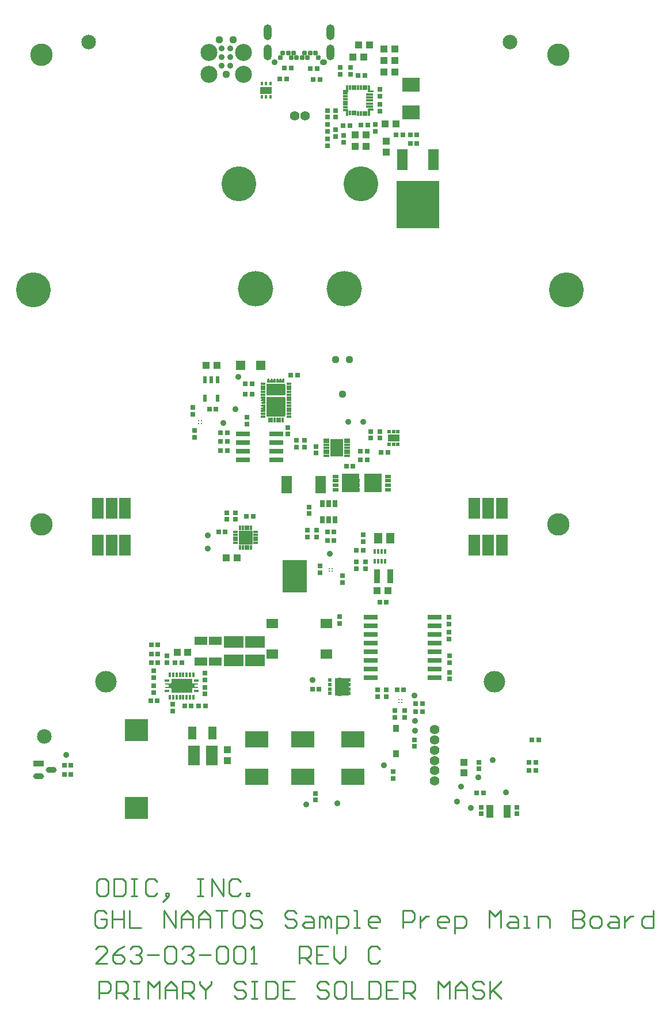
<source format=gts>
G04*
G04 #@! TF.GenerationSoftware,Altium Limited,Altium Designer,24.9.1 (31)*
G04*
G04 Layer_Color=8388736*
%FSLAX44Y44*%
%MOMM*%
G71*
G04*
G04 #@! TF.SameCoordinates,1259BD5C-C6F3-40BD-8840-5C3A0C5864AA*
G04*
G04*
G04 #@! TF.FilePolarity,Negative*
G04*
G01*
G75*
%ADD17C,0.2540*%
%ADD73C,0.9144*%
%ADD74R,0.7270X0.7270*%
%ADD75R,1.7770X1.0770*%
%ADD76R,0.4770X0.6070*%
%ADD77R,0.7270X1.0270*%
%ADD78R,1.1270X1.0770*%
%ADD79R,0.7270X0.7270*%
%ADD80R,6.3770X6.9270*%
%ADD81R,1.6270X3.1270*%
%ADD82C,0.8890*%
%ADD83R,0.3270X0.7270*%
%ADD84R,0.7270X0.3270*%
%ADD85R,0.3270X0.5270*%
%ADD86R,0.5270X0.3270*%
%ADD87R,2.7770X2.8470*%
%ADD88R,2.7770X1.6570*%
%ADD89R,1.5270X2.6270*%
%ADD90R,2.0269X2.0269*%
%ADD91R,2.1270X0.7270*%
%ADD92R,3.4270X3.3020*%
%ADD93R,0.8334X0.3310*%
%ADD94R,1.8288X2.5146*%
%ADD95R,1.2770X1.5770*%
%ADD96R,0.4000X0.7700*%
%ADD97R,1.9270X1.2770*%
%ADD98R,1.0770X1.1270*%
%ADD99R,3.0500X2.0500*%
%ADD100R,0.7016X0.3416*%
%ADD101R,0.3416X0.7016*%
%ADD102R,2.8470X1.6570*%
%ADD103R,1.2770X1.9270*%
%ADD104R,1.6570X2.8470*%
%ADD105R,0.9270X1.0270*%
%ADD106R,3.4290X2.3876*%
%ADD107R,1.3770X1.3770*%
%ADD108R,0.4270X0.5770*%
%ADD109R,1.7270X1.1270*%
%ADD110R,1.6770X1.4270*%
%ADD111R,3.5570X4.8270*%
%ADD112R,0.6270X1.1326*%
%ADD113C,0.2200*%
G04:AMPARAMS|DCode=114|XSize=1.6092mm|YSize=0.8165mm|CornerRadius=0.4082mm|HoleSize=0mm|Usage=FLASHONLY|Rotation=0.000|XOffset=0mm|YOffset=0mm|HoleType=Round|Shape=RoundedRectangle|*
%AMROUNDEDRECTD114*
21,1,1.6092,0.0000,0,0,0.0*
21,1,0.7928,0.8165,0,0,0.0*
1,1,0.8165,0.3964,0.0000*
1,1,0.8165,-0.3964,0.0000*
1,1,0.8165,-0.3964,0.0000*
1,1,0.8165,0.3964,0.0000*
%
%ADD114ROUNDEDRECTD114*%
%ADD115R,1.6092X0.8165*%
%ADD116R,1.1270X1.9270*%
%ADD117R,1.1270X1.0270*%
%ADD118R,1.7270X3.1270*%
%ADD119R,2.6370X2.6770*%
%ADD120R,0.8270X0.5270*%
%ADD121R,0.6270X0.4770*%
%ADD122R,2.6270X2.0270*%
%ADD123R,1.0500X0.3000*%
%ADD124R,1.1000X0.3000*%
%ADD125C,0.2750*%
%ADD126R,0.3000X0.7000*%
%ADD127R,0.3000X0.7800*%
%ADD128R,0.3000X0.7500*%
%ADD129R,0.3000X0.8000*%
%ADD130R,0.7000X0.3000*%
%ADD131C,0.2575*%
%ADD132C,0.2916*%
%ADD133R,0.9270X2.1270*%
%ADD134C,2.1430*%
%ADD135C,1.1176*%
%ADD136C,2.5019*%
%ADD137C,5.1270*%
%ADD138C,1.3970*%
%ADD139C,0.8770*%
%ADD140O,1.0770X0.8770*%
%ADD141C,0.7770*%
%ADD142O,1.2270X2.3270*%
%ADD143C,3.3020*%
%ADD144C,5.2070*%
%ADD145C,3.1750*%
G36*
X356808Y867424D02*
X356108Y866724D01*
X348808D01*
Y869124D01*
X349408Y869724D01*
X353808D01*
X353808Y876124D01*
X354408Y876724D01*
X356808D01*
Y867424D01*
D02*
G37*
G36*
X388808Y875924D02*
Y869224D01*
X393108Y869224D01*
X393808Y868524D01*
Y866924D01*
X393108Y866224D01*
X386508Y866224D01*
X385808Y866924D01*
X385808Y876724D01*
X388008D01*
X388808Y875924D01*
D02*
G37*
G36*
X356008Y841724D02*
X356808Y840924D01*
X356808Y831724D01*
X354508D01*
X353808Y832424D01*
Y838724D01*
X349608Y838724D01*
X348808Y839524D01*
X348808Y841724D01*
X356008Y841724D01*
D02*
G37*
G36*
X393808Y841624D02*
Y839924D01*
X393108Y839224D01*
X388808D01*
Y832424D01*
X388108Y831724D01*
X385808D01*
X385808Y841524D01*
X386508Y842224D01*
X393208Y842224D01*
X393808Y841624D01*
D02*
G37*
G36*
X263020Y445376D02*
Y440376D01*
X262520Y439876D01*
X251990D01*
X251490Y440376D01*
Y442876D01*
X251490Y445376D01*
X251990Y445876D01*
X252990Y445876D01*
X253490Y445376D01*
X253490Y443126D01*
X253990Y442626D01*
X255490D01*
X255990Y443126D01*
Y445376D01*
X256490Y445876D01*
X257490Y445876D01*
X257990Y445376D01*
X257990Y443126D01*
X258490Y442626D01*
X259990D01*
X260490Y443126D01*
Y445376D01*
X260990Y445876D01*
X262520Y445876D01*
X263020Y445376D01*
D02*
G37*
G36*
X248990Y445876D02*
X249490Y445376D01*
X249490Y442876D01*
Y440376D01*
X248990Y439876D01*
X238460D01*
X237960Y440376D01*
Y445376D01*
X238460Y445876D01*
X239990Y445876D01*
X240490Y445376D01*
Y443126D01*
X240990Y442626D01*
X242490D01*
X242990Y443126D01*
X242990Y445376D01*
X243490Y445876D01*
X244490Y445876D01*
X244990Y445376D01*
Y443126D01*
X245490Y442626D01*
X246990D01*
X247490Y443126D01*
Y445376D01*
X247990Y445876D01*
X248990Y445876D01*
D02*
G37*
G36*
X272990Y438376D02*
Y437376D01*
X271990Y436376D01*
X266990D01*
X265990Y437376D01*
Y438376D01*
X266990Y439376D01*
X271990D01*
X272990Y438376D01*
D02*
G37*
G36*
X234990D02*
Y437376D01*
X233990Y436376D01*
X228990D01*
X227990Y437376D01*
Y438376D01*
X228990Y439376D01*
X233990D01*
X234990Y438376D01*
D02*
G37*
G36*
X272990Y434376D02*
Y433376D01*
X271990Y432376D01*
X266990D01*
X265990Y433376D01*
Y434376D01*
X266990Y435376D01*
X271990D01*
X272990Y434376D01*
D02*
G37*
G36*
X234990D02*
Y433376D01*
X233990Y432376D01*
X228990D01*
X227990Y433376D01*
Y434376D01*
X228990Y435376D01*
X233990D01*
X234990Y434376D01*
D02*
G37*
G36*
X272990Y430376D02*
Y429376D01*
X271990Y428376D01*
X266990D01*
X265990Y429376D01*
Y430376D01*
X266990Y431376D01*
X271990D01*
X272990Y430376D01*
D02*
G37*
G36*
X234990D02*
Y429376D01*
X233990Y428376D01*
X228990D01*
X227990Y429376D01*
Y430376D01*
X228990Y431376D01*
X233990D01*
X234990Y430376D01*
D02*
G37*
G36*
X272990Y426376D02*
Y425376D01*
X271990Y424376D01*
X266990D01*
X265990Y425376D01*
Y426376D01*
X266990Y427376D01*
X271990D01*
X272990Y426376D01*
D02*
G37*
G36*
X234990D02*
Y425376D01*
X233990Y424376D01*
X228990D01*
X227990Y425376D01*
Y426376D01*
X228990Y427376D01*
X233990D01*
X234990Y426376D01*
D02*
G37*
G36*
X264240Y436626D02*
Y422326D01*
X263240Y421326D01*
X237740D01*
X236740Y422326D01*
Y436626D01*
X237740Y437626D01*
X263240D01*
X264240Y436626D01*
D02*
G37*
G36*
X272990Y422376D02*
Y421376D01*
X271990Y420376D01*
X266990D01*
X265990Y421376D01*
Y422376D01*
X266990Y423376D01*
X271990D01*
X272990Y422376D01*
D02*
G37*
G36*
X234990D02*
Y421376D01*
X233990Y420376D01*
X228990D01*
X227990Y421376D01*
Y422376D01*
X228990Y423376D01*
X233990D01*
X234990Y422376D01*
D02*
G37*
G36*
X272990Y418376D02*
Y417376D01*
X271990Y416376D01*
X266990D01*
X265990Y417376D01*
Y418376D01*
X266990Y419376D01*
X271990D01*
X272990Y418376D01*
D02*
G37*
G36*
X234990D02*
Y417376D01*
X233990Y416376D01*
X228990D01*
X227990Y417376D01*
Y418376D01*
X228990Y419376D01*
X233990D01*
X234990Y418376D01*
D02*
G37*
G36*
X272990Y414376D02*
Y413376D01*
X271990Y412376D01*
X266990D01*
X265990Y413376D01*
Y414376D01*
X266990Y415376D01*
X271990D01*
X272990Y414376D01*
D02*
G37*
G36*
X234490Y414376D02*
Y409376D01*
X233990Y408876D01*
X228990D01*
X228490Y409376D01*
Y410376D01*
X228990Y410876D01*
X231240Y410876D01*
X231740Y411376D01*
Y412376D01*
X231240Y412876D01*
X228990Y412876D01*
X228490Y413376D01*
Y414376D01*
X228990Y414876D01*
X233990D01*
X234490Y414376D01*
D02*
G37*
G36*
X272990Y410376D02*
Y409376D01*
X271990Y408376D01*
X266990D01*
X265990Y409376D01*
Y410376D01*
X266990Y411376D01*
X271990D01*
X272990Y410376D01*
D02*
G37*
G36*
Y406376D02*
Y405376D01*
X271990Y404376D01*
X266990D01*
X265990Y405376D01*
Y406376D01*
X266990Y407376D01*
X271990D01*
X272990Y406376D01*
D02*
G37*
G36*
X234490Y406376D02*
X234490Y401376D01*
X233990Y400876D01*
X228990D01*
X228490Y401376D01*
Y402376D01*
X228990Y402876D01*
X231240Y402876D01*
X231740Y403376D01*
Y404376D01*
X231240Y404876D01*
X228990Y404876D01*
X228490Y405376D01*
Y406376D01*
X228990Y406876D01*
X233990D01*
X234490Y406376D01*
D02*
G37*
G36*
X272990Y402376D02*
Y401376D01*
X271990Y400376D01*
X266990D01*
X265990Y401376D01*
Y402376D01*
X266990Y403376D01*
X271990D01*
X272990Y402376D01*
D02*
G37*
G36*
Y398376D02*
Y397376D01*
X271990Y396376D01*
X266990D01*
X265990Y397376D01*
Y398376D01*
X266990Y399376D01*
X271990D01*
X272990Y398376D01*
D02*
G37*
G36*
X234990D02*
Y397376D01*
X233990Y396376D01*
X228990D01*
X227990Y397376D01*
Y398376D01*
X228990Y399376D01*
X233990D01*
X234990Y398376D01*
D02*
G37*
G36*
X272990Y394376D02*
Y393376D01*
X271990Y392376D01*
X266990D01*
X265990Y393376D01*
Y394376D01*
X266990Y395376D01*
X271990D01*
X272990Y394376D01*
D02*
G37*
G36*
X234990D02*
Y393376D01*
X233990Y392376D01*
X228990D01*
X227990Y393376D01*
Y394376D01*
X228990Y395376D01*
X233990D01*
X234990Y394376D01*
D02*
G37*
G36*
X264240Y417326D02*
Y391126D01*
X263240Y390126D01*
X237740D01*
X236740Y391126D01*
Y417326D01*
X237740Y418326D01*
X263240D01*
X264240Y417326D01*
D02*
G37*
G36*
X272990Y390376D02*
Y389376D01*
X271990Y388376D01*
X266990D01*
X265990Y389376D01*
Y390376D01*
X266990Y391376D01*
X271990D01*
X272990Y390376D01*
D02*
G37*
G36*
X234990D02*
Y389376D01*
X233990Y388376D01*
X228990D01*
X227990Y389376D01*
Y390376D01*
X228990Y391376D01*
X233990D01*
X234990Y390376D01*
D02*
G37*
G36*
X261990Y387376D02*
Y382376D01*
X260990Y381376D01*
X259990D01*
X258990Y382376D01*
Y387376D01*
X259990Y388376D01*
X260990D01*
X261990Y387376D01*
D02*
G37*
G36*
X257990D02*
Y382376D01*
X256990Y381376D01*
X255990D01*
X254990Y382376D01*
Y387376D01*
X255990Y388376D01*
X256990D01*
X257990Y387376D01*
D02*
G37*
G36*
X253990D02*
Y382376D01*
X252990Y381376D01*
X251990D01*
X250990Y382376D01*
Y387376D01*
X251990Y388376D01*
X252990D01*
X253990Y387376D01*
D02*
G37*
G36*
X249990D02*
Y382376D01*
X248990Y381376D01*
X247990D01*
X246990Y382376D01*
Y387376D01*
X247990Y388376D01*
X248990D01*
X249990Y387376D01*
D02*
G37*
G36*
X245990D02*
Y382376D01*
X244990Y381376D01*
X243990D01*
X242990Y382376D01*
Y387376D01*
X243990Y388376D01*
X244990D01*
X245990Y387376D01*
D02*
G37*
G36*
X241990D02*
Y382376D01*
X240990Y381376D01*
X239990D01*
X238990Y382376D01*
Y387376D01*
X239990Y388376D01*
X240990D01*
X241990Y387376D01*
D02*
G37*
G36*
X405171Y304240D02*
X405271Y304209D01*
X405363Y304160D01*
X405444Y304094D01*
X405510Y304013D01*
X405560Y303921D01*
X405590Y303821D01*
X405600Y303717D01*
Y280282D01*
X405590Y280179D01*
X405560Y280079D01*
X405510Y279987D01*
X405444Y279906D01*
X405363Y279840D01*
X405271Y279790D01*
X405171Y279760D01*
X405067Y279750D01*
X388382D01*
X388279Y279760D01*
X388179Y279790D01*
X388087Y279840D01*
X388006Y279906D01*
X387940Y279987D01*
X387891Y280079D01*
X387860Y280179D01*
X387850Y280282D01*
Y280750D01*
X385750D01*
Y283750D01*
X387850D01*
Y287250D01*
X385750D01*
Y290250D01*
X387850D01*
Y293750D01*
X385750D01*
Y296750D01*
X387850D01*
Y300250D01*
X385750D01*
Y303250D01*
X387850D01*
Y303717D01*
X387860Y303821D01*
X387891Y303921D01*
X387940Y304013D01*
X388006Y304094D01*
X388087Y304160D01*
X388179Y304209D01*
X388279Y304240D01*
X388382Y304250D01*
X405067D01*
X405171Y304240D01*
D02*
G37*
G36*
X365721D02*
X365821Y304209D01*
X365913Y304160D01*
X365994Y304094D01*
X366060Y304013D01*
X366110Y303921D01*
X366140Y303821D01*
X366150Y303717D01*
Y303250D01*
X368250D01*
Y300250D01*
X366150D01*
Y296750D01*
X368250D01*
Y293750D01*
X366150D01*
Y290250D01*
X368250D01*
Y287250D01*
X366150D01*
Y283750D01*
X368250D01*
Y280750D01*
X366150D01*
Y280282D01*
X366140Y280179D01*
X366110Y280079D01*
X366060Y279987D01*
X365994Y279906D01*
X365913Y279840D01*
X365821Y279790D01*
X365721Y279760D01*
X365617Y279750D01*
X348932D01*
X348829Y279760D01*
X348729Y279790D01*
X348637Y279840D01*
X348556Y279906D01*
X348490Y279987D01*
X348441Y280079D01*
X348410Y280179D01*
X348400Y280282D01*
Y303717D01*
X348410Y303821D01*
X348441Y303921D01*
X348490Y304013D01*
X348556Y304094D01*
X348637Y304160D01*
X348729Y304209D01*
X348829Y304240D01*
X348932Y304250D01*
X365617D01*
X365721Y304240D01*
D02*
G37*
G36*
X126991Y3765D02*
Y-1527D01*
X127000Y-1625D01*
X127029Y-1719D01*
X127075Y-1805D01*
X127137Y-1881D01*
X127213Y-1943D01*
X127299Y-1989D01*
X127393Y-2018D01*
X127491Y-2027D01*
X135534D01*
X136241Y-2734D01*
Y-3320D01*
X135534Y-4027D01*
X131491D01*
X131393Y-4037D01*
X131299Y-4065D01*
X131213Y-4112D01*
X131137Y-4174D01*
X131075Y-4250D01*
X131029Y-4336D01*
X131000Y-4430D01*
X130991Y-4527D01*
Y-7027D01*
X131000Y-7125D01*
X131029Y-7219D01*
X131075Y-7305D01*
X131137Y-7381D01*
X131213Y-7443D01*
X131299Y-7489D01*
X131393Y-7518D01*
X131491Y-7527D01*
X135534D01*
X136241Y-8235D01*
Y-8820D01*
X135534Y-9527D01*
X127491D01*
X127393Y-9537D01*
X127299Y-9565D01*
X127213Y-9612D01*
X127137Y-9674D01*
X127075Y-9750D01*
X127029Y-9836D01*
X127000Y-9930D01*
X126991Y-10027D01*
Y-15320D01*
X126284Y-16027D01*
X97198D01*
X96491Y-15320D01*
Y-10027D01*
X96481Y-9930D01*
X96453Y-9836D01*
X96406Y-9750D01*
X96344Y-9674D01*
X96268Y-9612D01*
X96182Y-9565D01*
X96088Y-9537D01*
X95991Y-9527D01*
X87948D01*
X87241Y-8820D01*
Y-8235D01*
X87948Y-7527D01*
X91991D01*
X92088Y-7518D01*
X92182Y-7489D01*
X92268Y-7443D01*
X92344Y-7381D01*
X92406Y-7305D01*
X92452Y-7219D01*
X92481Y-7125D01*
X92491Y-7027D01*
Y-4527D01*
X92481Y-4430D01*
X92452Y-4336D01*
X92406Y-4250D01*
X92344Y-4174D01*
X92268Y-4112D01*
X92182Y-4065D01*
X92088Y-4037D01*
X91991Y-4027D01*
X87948D01*
X87241Y-3320D01*
Y-2734D01*
X87948Y-2027D01*
X95991D01*
X96088Y-2018D01*
X96182Y-1989D01*
X96268Y-1943D01*
X96344Y-1881D01*
X96406Y-1805D01*
X96453Y-1719D01*
X96481Y-1625D01*
X96491Y-1527D01*
Y3765D01*
X97198Y4473D01*
X126284D01*
X126991Y3765D01*
D02*
G37*
G36*
X346255Y5464D02*
X358005D01*
Y-20036D01*
X346255D01*
Y-20786D01*
X341755D01*
Y-20036D01*
X337255D01*
Y5464D01*
X341755D01*
Y6214D01*
X346255D01*
Y5464D01*
D02*
G37*
D17*
X-10101Y-465644D02*
Y-440253D01*
X2595D01*
X6827Y-444484D01*
Y-452948D01*
X2595Y-457180D01*
X-10101D01*
X15291Y-465644D02*
Y-440253D01*
X27987D01*
X32219Y-444484D01*
Y-452948D01*
X27987Y-457180D01*
X15291D01*
X23755D02*
X32219Y-465644D01*
X40683Y-440253D02*
X49147D01*
X44915D01*
Y-465644D01*
X40683D01*
X49147D01*
X61843D02*
Y-440253D01*
X70307Y-448717D01*
X78771Y-440253D01*
Y-465644D01*
X87235D02*
Y-448717D01*
X95699Y-440253D01*
X104163Y-448717D01*
Y-465644D01*
Y-452948D01*
X87235D01*
X112626Y-465644D02*
Y-440253D01*
X125322D01*
X129554Y-444484D01*
Y-452948D01*
X125322Y-457180D01*
X112626D01*
X121090D02*
X129554Y-465644D01*
X138018Y-440253D02*
Y-444484D01*
X146482Y-452948D01*
X154946Y-444484D01*
Y-440253D01*
X146482Y-452948D02*
Y-465644D01*
X205730Y-444484D02*
X201498Y-440253D01*
X193034D01*
X188802Y-444484D01*
Y-448717D01*
X193034Y-452948D01*
X201498D01*
X205730Y-457180D01*
Y-461412D01*
X201498Y-465644D01*
X193034D01*
X188802Y-461412D01*
X214194Y-440253D02*
X222658D01*
X218426D01*
Y-465644D01*
X214194D01*
X222658D01*
X235354Y-440253D02*
Y-465644D01*
X248049D01*
X252281Y-461412D01*
Y-444484D01*
X248049Y-440253D01*
X235354D01*
X277673D02*
X260745D01*
Y-465644D01*
X277673D01*
X260745Y-452948D02*
X269209D01*
X328457Y-444484D02*
X324225Y-440253D01*
X315761D01*
X311529Y-444484D01*
Y-448717D01*
X315761Y-452948D01*
X324225D01*
X328457Y-457180D01*
Y-461412D01*
X324225Y-465644D01*
X315761D01*
X311529Y-461412D01*
X349617Y-440253D02*
X341153D01*
X336921Y-444484D01*
Y-461412D01*
X341153Y-465644D01*
X349617D01*
X353849Y-461412D01*
Y-444484D01*
X349617Y-440253D01*
X362313D02*
Y-465644D01*
X379240D01*
X387704Y-440253D02*
Y-465644D01*
X400400D01*
X404632Y-461412D01*
Y-444484D01*
X400400Y-440253D01*
X387704D01*
X430024D02*
X413096D01*
Y-465644D01*
X430024D01*
X413096Y-452948D02*
X421560D01*
X438488Y-465644D02*
Y-440253D01*
X451184D01*
X455416Y-444484D01*
Y-452948D01*
X451184Y-457180D01*
X438488D01*
X446952D02*
X455416Y-465644D01*
X489272D02*
Y-440253D01*
X497735Y-448717D01*
X506199Y-440253D01*
Y-465644D01*
X514663D02*
Y-448717D01*
X523127Y-440253D01*
X531591Y-448717D01*
Y-465644D01*
Y-452948D01*
X514663D01*
X556983Y-444484D02*
X552751Y-440253D01*
X544287D01*
X540055Y-444484D01*
Y-448717D01*
X544287Y-452948D01*
X552751D01*
X556983Y-457180D01*
Y-461412D01*
X552751Y-465644D01*
X544287D01*
X540055Y-461412D01*
X565447Y-440253D02*
Y-465644D01*
Y-457180D01*
X582375Y-440253D01*
X569679Y-452948D01*
X582375Y-465644D01*
X-145Y-288975D02*
X-8608D01*
X-12840Y-293207D01*
Y-310134D01*
X-8608Y-314366D01*
X-145D01*
X4087Y-310134D01*
Y-293207D01*
X-145Y-288975D01*
X12551D02*
Y-314366D01*
X25247D01*
X29479Y-310134D01*
Y-293207D01*
X25247Y-288975D01*
X12551D01*
X37943D02*
X46407D01*
X42175D01*
Y-314366D01*
X37943D01*
X46407D01*
X76031Y-293207D02*
X71799Y-288975D01*
X63335D01*
X59103Y-293207D01*
Y-310134D01*
X63335Y-314366D01*
X71799D01*
X76031Y-310134D01*
X88727Y-318598D02*
X92959Y-314366D01*
Y-310134D01*
X88727D01*
Y-314366D01*
X92959D01*
X88727Y-318598D01*
X84495Y-322830D01*
X135278Y-288975D02*
X143742D01*
X139510D01*
Y-314366D01*
X135278D01*
X143742D01*
X156438D02*
Y-288975D01*
X173366Y-314366D01*
Y-288975D01*
X198758Y-293207D02*
X194526Y-288975D01*
X186062D01*
X181830Y-293207D01*
Y-310134D01*
X186062Y-314366D01*
X194526D01*
X198758Y-310134D01*
X207222Y-314366D02*
Y-310134D01*
X211454D01*
Y-314366D01*
X207222D01*
X1341Y-340332D02*
X-2891Y-336100D01*
X-11355D01*
X-15587Y-340332D01*
Y-357260D01*
X-11355Y-361492D01*
X-2891D01*
X1341Y-357260D01*
Y-348796D01*
X-7123D01*
X9805Y-336100D02*
Y-361492D01*
Y-348796D01*
X26733D01*
Y-336100D01*
Y-361492D01*
X35197Y-336100D02*
Y-361492D01*
X52125D01*
X85980D02*
Y-336100D01*
X102908Y-361492D01*
Y-336100D01*
X111372Y-361492D02*
Y-344564D01*
X119836Y-336100D01*
X128300Y-344564D01*
Y-361492D01*
Y-348796D01*
X111372D01*
X136764Y-361492D02*
Y-344564D01*
X145228Y-336100D01*
X153692Y-344564D01*
Y-361492D01*
Y-348796D01*
X136764D01*
X162156Y-336100D02*
X179083D01*
X170620D01*
Y-361492D01*
X200243Y-336100D02*
X191779D01*
X187547Y-340332D01*
Y-357260D01*
X191779Y-361492D01*
X200243D01*
X204475Y-357260D01*
Y-340332D01*
X200243Y-336100D01*
X229867Y-340332D02*
X225635Y-336100D01*
X217171D01*
X212939Y-340332D01*
Y-344564D01*
X217171Y-348796D01*
X225635D01*
X229867Y-353028D01*
Y-357260D01*
X225635Y-361492D01*
X217171D01*
X212939Y-357260D01*
X280651Y-340332D02*
X276419Y-336100D01*
X267955D01*
X263723Y-340332D01*
Y-344564D01*
X267955Y-348796D01*
X276419D01*
X280651Y-353028D01*
Y-357260D01*
X276419Y-361492D01*
X267955D01*
X263723Y-357260D01*
X293347Y-344564D02*
X301810D01*
X306042Y-348796D01*
Y-361492D01*
X293347D01*
X289115Y-357260D01*
X293347Y-353028D01*
X306042D01*
X314506Y-361492D02*
Y-344564D01*
X318738D01*
X322970Y-348796D01*
Y-361492D01*
Y-348796D01*
X327202Y-344564D01*
X331434Y-348796D01*
Y-361492D01*
X339898Y-369956D02*
Y-344564D01*
X352594D01*
X356826Y-348796D01*
Y-357260D01*
X352594Y-361492D01*
X339898D01*
X365290D02*
X373754D01*
X369522D01*
Y-336100D01*
X365290D01*
X399146Y-361492D02*
X390682D01*
X386450Y-357260D01*
Y-348796D01*
X390682Y-344564D01*
X399146D01*
X403378Y-348796D01*
Y-353028D01*
X386450D01*
X437233Y-361492D02*
Y-336100D01*
X449929D01*
X454161Y-340332D01*
Y-348796D01*
X449929Y-353028D01*
X437233D01*
X462625Y-344564D02*
Y-361492D01*
Y-353028D01*
X466857Y-348796D01*
X471089Y-344564D01*
X475321D01*
X500713Y-361492D02*
X492249D01*
X488017Y-357260D01*
Y-348796D01*
X492249Y-344564D01*
X500713D01*
X504945Y-348796D01*
Y-353028D01*
X488017D01*
X513409Y-369956D02*
Y-344564D01*
X526105D01*
X530337Y-348796D01*
Y-357260D01*
X526105Y-361492D01*
X513409D01*
X564192D02*
Y-336100D01*
X572656Y-344564D01*
X581120Y-336100D01*
Y-361492D01*
X593816Y-344564D02*
X602280D01*
X606512Y-348796D01*
Y-361492D01*
X593816D01*
X589584Y-357260D01*
X593816Y-353028D01*
X606512D01*
X614976Y-361492D02*
X623440D01*
X619208D01*
Y-344564D01*
X614976D01*
X636136Y-361492D02*
Y-344564D01*
X648832D01*
X653064Y-348796D01*
Y-361492D01*
X686919Y-336100D02*
Y-361492D01*
X699615D01*
X703847Y-357260D01*
Y-353028D01*
X699615Y-348796D01*
X686919D01*
X699615D01*
X703847Y-344564D01*
Y-340332D01*
X699615Y-336100D01*
X686919D01*
X716543Y-361492D02*
X725007D01*
X729239Y-357260D01*
Y-348796D01*
X725007Y-344564D01*
X716543D01*
X712311Y-348796D01*
Y-357260D01*
X716543Y-361492D01*
X741935Y-344564D02*
X750399D01*
X754631Y-348796D01*
Y-361492D01*
X741935D01*
X737703Y-357260D01*
X741935Y-353028D01*
X754631D01*
X763095Y-344564D02*
Y-361492D01*
Y-353028D01*
X767327Y-348796D01*
X771559Y-344564D01*
X775791D01*
X805414Y-336100D02*
Y-361492D01*
X792719D01*
X788486Y-357260D01*
Y-348796D01*
X792719Y-344564D01*
X805414D01*
X1727Y-413574D02*
X-15201D01*
X1727Y-396646D01*
Y-392415D01*
X-2505Y-388183D01*
X-10969D01*
X-15201Y-392415D01*
X27119Y-388183D02*
X18655Y-392415D01*
X10191Y-400878D01*
Y-409342D01*
X14423Y-413574D01*
X22887D01*
X27119Y-409342D01*
Y-405110D01*
X22887Y-400878D01*
X10191D01*
X35583Y-392415D02*
X39815Y-388183D01*
X48279D01*
X52511Y-392415D01*
Y-396646D01*
X48279Y-400878D01*
X44047D01*
X48279D01*
X52511Y-405110D01*
Y-409342D01*
X48279Y-413574D01*
X39815D01*
X35583Y-409342D01*
X60975Y-400878D02*
X77903D01*
X86367Y-392415D02*
X90599Y-388183D01*
X99063D01*
X103295Y-392415D01*
Y-409342D01*
X99063Y-413574D01*
X90599D01*
X86367Y-409342D01*
Y-392415D01*
X111758D02*
X115990Y-388183D01*
X124454D01*
X128686Y-392415D01*
Y-396646D01*
X124454Y-400878D01*
X120222D01*
X124454D01*
X128686Y-405110D01*
Y-409342D01*
X124454Y-413574D01*
X115990D01*
X111758Y-409342D01*
X137150Y-400878D02*
X154078D01*
X162542Y-392415D02*
X166774Y-388183D01*
X175238D01*
X179470Y-392415D01*
Y-409342D01*
X175238Y-413574D01*
X166774D01*
X162542Y-409342D01*
Y-392415D01*
X187934D02*
X192166Y-388183D01*
X200630D01*
X204862Y-392415D01*
Y-409342D01*
X200630Y-413574D01*
X192166D01*
X187934Y-409342D01*
Y-392415D01*
X213326Y-413574D02*
X221790D01*
X217558D01*
Y-388183D01*
X213326Y-392415D01*
X285269Y-413574D02*
Y-388183D01*
X297965D01*
X302197Y-392415D01*
Y-400878D01*
X297965Y-405110D01*
X285269D01*
X293733D02*
X302197Y-413574D01*
X327589Y-388183D02*
X310661D01*
Y-413574D01*
X327589D01*
X310661Y-400878D02*
X319125D01*
X336053Y-388183D02*
Y-405110D01*
X344517Y-413574D01*
X352980Y-405110D01*
Y-388183D01*
X403764Y-392415D02*
X399532Y-388183D01*
X391068D01*
X386836Y-392415D01*
Y-409342D01*
X391068Y-413574D01*
X399532D01*
X403764Y-409342D01*
D73*
X170650Y918000D02*
D03*
X183350D02*
D03*
X170650Y930700D02*
D03*
X183350D02*
D03*
X170650Y905300D02*
D03*
X183350D02*
D03*
D74*
X396995Y818536D02*
D03*
Y808536D02*
D03*
X390000Y358000D02*
D03*
Y368000D02*
D03*
X403000Y358000D02*
D03*
Y368000D02*
D03*
X128000Y393000D02*
D03*
Y403000D02*
D03*
X99000Y-33000D02*
D03*
Y-43000D02*
D03*
X344000Y96000D02*
D03*
Y86000D02*
D03*
X297000Y223000D02*
D03*
Y213000D02*
D03*
X299000Y257000D02*
D03*
Y247000D02*
D03*
X310000Y223000D02*
D03*
Y213000D02*
D03*
X309000Y346000D02*
D03*
Y336000D02*
D03*
X369000Y176000D02*
D03*
Y166000D02*
D03*
X146000Y13000D02*
D03*
Y3000D02*
D03*
X379000Y216000D02*
D03*
Y206000D02*
D03*
X90000Y28000D02*
D03*
Y38000D02*
D03*
X71000Y16000D02*
D03*
Y6000D02*
D03*
X382000Y166000D02*
D03*
Y176000D02*
D03*
X71000Y-16000D02*
D03*
Y-6000D02*
D03*
X146000Y-18000D02*
D03*
Y-8000D02*
D03*
X208225Y388950D02*
D03*
Y378950D02*
D03*
X605000Y-184000D02*
D03*
Y-194000D02*
D03*
X552000Y-184000D02*
D03*
Y-194000D02*
D03*
X549000Y-128000D02*
D03*
Y-118000D02*
D03*
X131000Y359000D02*
D03*
Y369000D02*
D03*
X292225Y354950D02*
D03*
Y344950D02*
D03*
X280225D02*
D03*
Y354950D02*
D03*
X268225Y363950D02*
D03*
Y373950D02*
D03*
X177761Y238536D02*
D03*
Y248536D02*
D03*
X190760D02*
D03*
Y238536D02*
D03*
X314995Y170536D02*
D03*
Y160536D02*
D03*
X423005Y-142286D02*
D03*
Y-132286D02*
D03*
X454000Y-95000D02*
D03*
Y-85000D02*
D03*
X308951Y-173805D02*
D03*
Y-163805D02*
D03*
X325995Y839536D02*
D03*
Y829536D02*
D03*
X337995Y839536D02*
D03*
Y829536D02*
D03*
X325995Y808536D02*
D03*
Y818536D02*
D03*
X338001Y801536D02*
D03*
Y811536D02*
D03*
X344995Y892536D02*
D03*
Y902536D02*
D03*
X403308Y848224D02*
D03*
Y838224D02*
D03*
Y860224D02*
D03*
Y870224D02*
D03*
X359995Y902536D02*
D03*
Y892536D02*
D03*
X440000Y-52000D02*
D03*
Y-42000D02*
D03*
X506000Y28000D02*
D03*
Y38000D02*
D03*
X505000Y73000D02*
D03*
Y63000D02*
D03*
X400000Y-22000D02*
D03*
Y-12000D02*
D03*
X413000D02*
D03*
Y-22000D02*
D03*
X505000Y95000D02*
D03*
Y85000D02*
D03*
X506000Y14000D02*
D03*
Y4000D02*
D03*
X425000Y-52000D02*
D03*
Y-42000D02*
D03*
X349995Y792536D02*
D03*
Y802536D02*
D03*
X325995Y787536D02*
D03*
Y797536D02*
D03*
X348000Y146000D02*
D03*
Y156000D02*
D03*
D75*
X423500Y358250D02*
D03*
D76*
X417000Y349150D02*
D03*
Y367350D02*
D03*
X430000Y349150D02*
D03*
Y367350D02*
D03*
X423500Y349150D02*
D03*
Y367350D02*
D03*
D77*
X337500Y262000D02*
D03*
X328000D02*
D03*
X318500D02*
D03*
Y238000D02*
D03*
X328000D02*
D03*
X337500D02*
D03*
D78*
X413000Y794000D02*
D03*
Y778000D02*
D03*
X179000Y-100000D02*
D03*
Y-116000D02*
D03*
D79*
X437000Y804000D02*
D03*
X427000D02*
D03*
X375000Y326000D02*
D03*
X385000D02*
D03*
X415000Y337000D02*
D03*
X405000D02*
D03*
X77000Y28000D02*
D03*
X67000D02*
D03*
X375000Y339000D02*
D03*
X385000D02*
D03*
X126000Y-35000D02*
D03*
X116000D02*
D03*
X67000Y54000D02*
D03*
X77000D02*
D03*
X112000Y28000D02*
D03*
X102000D02*
D03*
X379000Y193000D02*
D03*
X369000D02*
D03*
X458000Y804000D02*
D03*
X448000D02*
D03*
X354000Y317000D02*
D03*
X364000D02*
D03*
X77000Y41000D02*
D03*
X67000D02*
D03*
X147000Y-35000D02*
D03*
X137000D02*
D03*
X66000Y-28000D02*
D03*
X76000D02*
D03*
X265995Y885936D02*
D03*
X255995D02*
D03*
X305000Y885000D02*
D03*
X315000D02*
D03*
X300995Y900936D02*
D03*
X310995D02*
D03*
X272995Y901936D02*
D03*
X262995D02*
D03*
X205490Y422876D02*
D03*
X215490D02*
D03*
Y437876D02*
D03*
X205490D02*
D03*
X272225Y450950D02*
D03*
X282225D02*
D03*
X438464Y-12071D02*
D03*
X428464D02*
D03*
X546000Y-163000D02*
D03*
X556000D02*
D03*
X326000Y220000D02*
D03*
X336000D02*
D03*
X162506Y401064D02*
D03*
X152506D02*
D03*
X-51000Y-123000D02*
D03*
X-61000D02*
D03*
X-51000Y-136000D02*
D03*
X-61000D02*
D03*
X217000Y243000D02*
D03*
X207000D02*
D03*
X166000Y220000D02*
D03*
X176000D02*
D03*
X458000Y791000D02*
D03*
X448000D02*
D03*
X633000Y-130000D02*
D03*
X623000D02*
D03*
X637000Y-85000D02*
D03*
X627000D02*
D03*
X336000Y208000D02*
D03*
X326000D02*
D03*
X623000Y-118000D02*
D03*
X633000D02*
D03*
X466000Y-44000D02*
D03*
X456000D02*
D03*
X466000Y-32000D02*
D03*
X456000D02*
D03*
X314005Y-10536D02*
D03*
X304005D02*
D03*
X375308Y818224D02*
D03*
X385308D02*
D03*
X348995Y817536D02*
D03*
X358995D02*
D03*
X380995Y890536D02*
D03*
X370995D02*
D03*
X403000Y117000D02*
D03*
X413000D02*
D03*
X169000Y366000D02*
D03*
X179000D02*
D03*
X179000Y353000D02*
D03*
X169000D02*
D03*
X179000Y340000D02*
D03*
X169000D02*
D03*
D80*
X459000Y701435D02*
D03*
D81*
X436150Y767435D02*
D03*
X481850D02*
D03*
D82*
X454000Y-20000D02*
D03*
X589000Y-162000D02*
D03*
X569000Y-115000D02*
D03*
X537000Y-185000D02*
D03*
X517000Y-176000D02*
D03*
X523000Y-154000D02*
D03*
X548000Y-140000D02*
D03*
X150000Y215000D02*
D03*
Y196000D02*
D03*
X357000Y382000D02*
D03*
X379000D02*
D03*
X304005Y2464D02*
D03*
X330000Y188000D02*
D03*
X294951Y-179805D02*
D03*
X455000Y-57000D02*
D03*
Y-72000D02*
D03*
X195000Y448000D02*
D03*
X191000Y401000D02*
D03*
X173000Y380000D02*
D03*
X-58000Y-107000D02*
D03*
X409000Y-122650D02*
D03*
X340951Y-178805D02*
D03*
D83*
X240490Y384876D02*
D03*
X244490D02*
D03*
X248490D02*
D03*
X252490D02*
D03*
X256490D02*
D03*
X260490D02*
D03*
X213761Y197536D02*
D03*
X197761D02*
D03*
X213761Y226536D02*
D03*
X197761D02*
D03*
X209761Y197536D02*
D03*
X201761D02*
D03*
X209761Y226536D02*
D03*
X201761D02*
D03*
X205761Y197536D02*
D03*
Y226536D02*
D03*
D84*
X269490Y389876D02*
D03*
Y393876D02*
D03*
Y397876D02*
D03*
Y401876D02*
D03*
Y405876D02*
D03*
Y409876D02*
D03*
Y413876D02*
D03*
Y417876D02*
D03*
Y421876D02*
D03*
Y425876D02*
D03*
Y429876D02*
D03*
Y433876D02*
D03*
Y437876D02*
D03*
X231490D02*
D03*
Y433876D02*
D03*
Y429876D02*
D03*
Y425876D02*
D03*
Y421876D02*
D03*
Y417876D02*
D03*
Y397876D02*
D03*
Y393876D02*
D03*
Y389876D02*
D03*
X220261Y204036D02*
D03*
X191261D02*
D03*
X220261Y220036D02*
D03*
X191261D02*
D03*
Y208036D02*
D03*
X220261Y216036D02*
D03*
X191261D02*
D03*
X220261Y212036D02*
D03*
Y208036D02*
D03*
X191261Y212036D02*
D03*
D85*
X261490Y441876D02*
D03*
X256990D02*
D03*
X252490D02*
D03*
X248490D02*
D03*
X243990D02*
D03*
X239490D02*
D03*
D86*
X232490Y413876D02*
D03*
Y409876D02*
D03*
Y405876D02*
D03*
Y401876D02*
D03*
D87*
X250490Y404226D02*
D03*
D88*
Y429476D02*
D03*
D89*
X266000Y290000D02*
D03*
X316000D02*
D03*
D90*
X205761Y212036D02*
D03*
D91*
X201725Y338600D02*
D03*
Y351300D02*
D03*
X250725Y338600D02*
D03*
Y351300D02*
D03*
X201725Y325900D02*
D03*
Y364000D02*
D03*
X250725Y325900D02*
D03*
Y364000D02*
D03*
X483454Y6480D02*
D03*
Y19180D02*
D03*
Y31880D02*
D03*
Y44580D02*
D03*
Y57280D02*
D03*
Y69980D02*
D03*
Y82680D02*
D03*
Y95380D02*
D03*
X389474D02*
D03*
Y82680D02*
D03*
Y69980D02*
D03*
Y57280D02*
D03*
Y44580D02*
D03*
Y31880D02*
D03*
Y19180D02*
D03*
Y6480D02*
D03*
D92*
X45000Y-185150D02*
D03*
Y-70850D02*
D03*
D93*
X325038Y356000D02*
D03*
Y352000D02*
D03*
Y348000D02*
D03*
Y344000D02*
D03*
Y340000D02*
D03*
Y336000D02*
D03*
Y332000D02*
D03*
X354962D02*
D03*
Y336000D02*
D03*
Y340000D02*
D03*
Y344000D02*
D03*
Y348000D02*
D03*
Y352000D02*
D03*
Y356000D02*
D03*
D94*
X340000Y344000D02*
D03*
D95*
X419000Y211000D02*
D03*
X401000D02*
D03*
D96*
Y177000D02*
D03*
X411000D02*
D03*
X406000D02*
D03*
X396000D02*
D03*
X411000Y191800D02*
D03*
X406000D02*
D03*
X401000D02*
D03*
X396000D02*
D03*
D97*
X140000Y30000D02*
D03*
Y60000D02*
D03*
X161000Y30000D02*
D03*
Y60000D02*
D03*
D98*
X399000Y134000D02*
D03*
X415000D02*
D03*
X121000Y43000D02*
D03*
X105000D02*
D03*
X177000Y182000D02*
D03*
X193000D02*
D03*
X163506Y465064D02*
D03*
X147506D02*
D03*
X366995Y786536D02*
D03*
X382995D02*
D03*
Y803536D02*
D03*
X366995D02*
D03*
X410995Y819536D02*
D03*
X426995D02*
D03*
X425308Y913223D02*
D03*
X409308D02*
D03*
X425308Y896224D02*
D03*
X409308D02*
D03*
X425308Y930223D02*
D03*
X409308D02*
D03*
X371995Y935536D02*
D03*
X387995D02*
D03*
X363308Y918224D02*
D03*
X379308D02*
D03*
D99*
X111741Y-5777D02*
D03*
D100*
X90240Y1723D02*
D03*
X133240D02*
D03*
Y-13277D02*
D03*
X90240D02*
D03*
D101*
X94241Y10722D02*
D03*
X99241D02*
D03*
X104241D02*
D03*
X109241D02*
D03*
X114241D02*
D03*
X119241D02*
D03*
X124241D02*
D03*
X129241D02*
D03*
Y-22278D02*
D03*
X124241D02*
D03*
X119241D02*
D03*
X114241D02*
D03*
X109241D02*
D03*
X104241D02*
D03*
X99241D02*
D03*
X94241D02*
D03*
D102*
X220000Y31590D02*
D03*
Y58410D02*
D03*
X188000Y31590D02*
D03*
Y58410D02*
D03*
D103*
X127000Y-75000D02*
D03*
X157000D02*
D03*
D104*
X129590Y-108000D02*
D03*
X156410D02*
D03*
D105*
X427000Y-68500D02*
D03*
Y-105500D02*
D03*
D106*
X289951Y-139491D02*
D03*
Y-84119D02*
D03*
X363951D02*
D03*
Y-139491D02*
D03*
X221950Y-84119D02*
D03*
Y-139491D02*
D03*
D107*
X198225Y464950D02*
D03*
X228225D02*
D03*
D108*
X235995Y878686D02*
D03*
Y859186D02*
D03*
X242495Y878686D02*
D03*
Y859186D02*
D03*
X229495Y878686D02*
D03*
Y859186D02*
D03*
D109*
X235995Y868936D02*
D03*
D110*
X245250Y86000D02*
D03*
Y41000D02*
D03*
X324750D02*
D03*
Y86000D02*
D03*
D111*
X278000Y155000D02*
D03*
D112*
X165006Y443592D02*
D03*
X155506D02*
D03*
X146006D02*
D03*
Y416536D02*
D03*
X165006D02*
D03*
D113*
X140950Y383775D02*
D03*
Y379775D02*
D03*
X136950Y383775D02*
D03*
Y379775D02*
D03*
X332995Y162536D02*
D03*
X328995D02*
D03*
X332995Y166537D02*
D03*
X328995D02*
D03*
X431464Y-26070D02*
D03*
X435465D02*
D03*
X431464Y-30071D02*
D03*
X435465D02*
D03*
D114*
X-79750Y-129214D02*
D03*
X-98259Y-138714D02*
D03*
D115*
Y-119714D02*
D03*
D116*
X590500Y-190000D02*
D03*
X565500D02*
D03*
D117*
X527000Y-134000D02*
D03*
Y-118000D02*
D03*
D118*
X28500Y201000D02*
D03*
X-11500D02*
D03*
X28500Y255000D02*
D03*
X-11500D02*
D03*
X8500Y201000D02*
D03*
Y255000D02*
D03*
X582500Y201000D02*
D03*
X542500D02*
D03*
X582500Y255000D02*
D03*
X542500D02*
D03*
X562500Y201000D02*
D03*
Y255000D02*
D03*
D119*
X360450Y292000D02*
D03*
X393550D02*
D03*
D120*
X369500Y295250D02*
D03*
Y288750D02*
D03*
Y282250D02*
D03*
X338500D02*
D03*
Y288750D02*
D03*
Y295250D02*
D03*
Y301750D02*
D03*
X384500Y288750D02*
D03*
Y295250D02*
D03*
Y301750D02*
D03*
X415500D02*
D03*
Y295250D02*
D03*
Y288750D02*
D03*
Y282250D02*
D03*
D121*
X330005Y2464D02*
D03*
Y-4036D02*
D03*
Y-10536D02*
D03*
Y-17036D02*
D03*
X358005D02*
D03*
Y-10536D02*
D03*
Y-4036D02*
D03*
Y2464D02*
D03*
D122*
X449308Y836724D02*
D03*
Y877724D02*
D03*
D123*
X388558Y863224D02*
D03*
D124*
X388308Y858724D02*
D03*
Y854224D02*
D03*
Y849724D02*
D03*
Y845224D02*
D03*
D125*
X387620Y840411D02*
D03*
X354995Y839911D02*
D03*
D126*
X383308Y835224D02*
D03*
X379308D02*
D03*
X375308D02*
D03*
X371308D02*
D03*
X359308Y873224D02*
D03*
X363308D02*
D03*
X367308D02*
D03*
X371308D02*
D03*
X375308D02*
D03*
X379308D02*
D03*
X383308D02*
D03*
D127*
X367308Y835624D02*
D03*
D128*
X363308Y835474D02*
D03*
D129*
X359308Y835724D02*
D03*
D130*
X352308Y844224D02*
D03*
Y848224D02*
D03*
Y852224D02*
D03*
Y856224D02*
D03*
Y860224D02*
D03*
Y864224D02*
D03*
D131*
X351933Y868349D02*
D03*
D132*
X387620Y867911D02*
D03*
D133*
X419000Y155000D02*
D03*
X399000D02*
D03*
D134*
X595000Y940000D02*
D03*
X-90000Y-80000D02*
D03*
X-25000Y940000D02*
D03*
D135*
X177000Y892600D02*
D03*
X166840Y943400D02*
D03*
X187160D02*
D03*
X177000Y892600D02*
D03*
X187160Y943400D02*
D03*
X166840D02*
D03*
X348000Y422600D02*
D03*
X358160Y473400D02*
D03*
X337840D02*
D03*
D136*
X151600Y892600D02*
D03*
Y924350D02*
D03*
X202400Y892600D02*
D03*
Y924350D02*
D03*
Y892600D02*
D03*
Y924350D02*
D03*
X151600Y892600D02*
D03*
Y924350D02*
D03*
D137*
X-106300Y576300D02*
D03*
X677800D02*
D03*
X375750Y732000D02*
D03*
X195750D02*
D03*
D138*
X483700Y-145500D02*
D03*
Y-130500D02*
D03*
Y-115500D02*
D03*
Y-100500D02*
D03*
Y-85500D02*
D03*
Y-70500D02*
D03*
X293000Y831500D02*
D03*
X278000D02*
D03*
D139*
X248695Y910436D02*
D03*
D140*
X320695D02*
D03*
D141*
X312695Y916936D02*
D03*
X308695Y923936D02*
D03*
X300695D02*
D03*
X296695Y916936D02*
D03*
X292695Y923936D02*
D03*
X288695Y916936D02*
D03*
X280695D02*
D03*
X276695Y923936D02*
D03*
X272695Y916936D02*
D03*
X268695Y923936D02*
D03*
X260695D02*
D03*
X256695Y916936D02*
D03*
D142*
X238695Y924436D02*
D03*
X330695D02*
D03*
X238695Y954436D02*
D03*
X330695D02*
D03*
D143*
X-94500Y921300D02*
D03*
X666000D02*
D03*
X-94500Y231300D02*
D03*
X666000D02*
D03*
D144*
X350750Y577215D02*
D03*
X220750D02*
D03*
D145*
X571500Y0D02*
D03*
X0D02*
D03*
M02*

</source>
